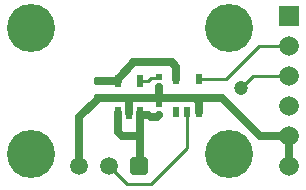
<source format=gtl>
G04*
G04 #@! TF.GenerationSoftware,Altium Limited,Altium Designer,22.9.1 (49)*
G04*
G04 Layer_Physical_Order=1*
G04 Layer_Color=255*
%FSLAX44Y44*%
%MOMM*%
G71*
G04*
G04 #@! TF.SameCoordinates,A8B0115D-A14B-43F8-95CD-E385AC25DAC2*
G04*
G04*
G04 #@! TF.FilePolarity,Positive*
G04*
G01*
G75*
%ADD25R,0.6000X0.9500*%
%ADD26R,0.6000X1.0000*%
G04:AMPARAMS|DCode=27|XSize=0.72mm|YSize=0.83mm|CornerRadius=0.18mm|HoleSize=0mm|Usage=FLASHONLY|Rotation=90.000|XOffset=0mm|YOffset=0mm|HoleType=Round|Shape=RoundedRectangle|*
%AMROUNDEDRECTD27*
21,1,0.7200,0.4700,0,0,90.0*
21,1,0.3600,0.8300,0,0,90.0*
1,1,0.3600,0.2350,0.1800*
1,1,0.3600,0.2350,-0.1800*
1,1,0.3600,-0.2350,-0.1800*
1,1,0.3600,-0.2350,0.1800*
%
%ADD27ROUNDEDRECTD27*%
G04:AMPARAMS|DCode=28|XSize=0.58mm|YSize=0.58mm|CornerRadius=0.1508mm|HoleSize=0mm|Usage=FLASHONLY|Rotation=270.000|XOffset=0mm|YOffset=0mm|HoleType=Round|Shape=RoundedRectangle|*
%AMROUNDEDRECTD28*
21,1,0.5800,0.2784,0,0,270.0*
21,1,0.2784,0.5800,0,0,270.0*
1,1,0.3016,-0.1392,-0.1392*
1,1,0.3016,-0.1392,0.1392*
1,1,0.3016,0.1392,0.1392*
1,1,0.3016,0.1392,-0.1392*
%
%ADD28ROUNDEDRECTD28*%
%ADD29C,1.2000*%
%ADD30C,0.2540*%
%ADD31C,0.6350*%
%ADD32C,1.6612*%
%ADD33R,1.6612X1.6612*%
%ADD34C,4.0640*%
G04:AMPARAMS|DCode=35|XSize=1.5mm|YSize=1.5mm|CornerRadius=0.15mm|HoleSize=0mm|Usage=FLASHONLY|Rotation=180.000|XOffset=0mm|YOffset=0mm|HoleType=Round|Shape=RoundedRectangle|*
%AMROUNDEDRECTD35*
21,1,1.5000,1.2000,0,0,180.0*
21,1,1.2000,1.5000,0,0,180.0*
1,1,0.3000,-0.6000,0.6000*
1,1,0.3000,0.6000,0.6000*
1,1,0.3000,0.6000,-0.6000*
1,1,0.3000,-0.6000,-0.6000*
%
%ADD35ROUNDEDRECTD35*%
%ADD36C,1.5000*%
D25*
X158140Y71120D02*
D03*
X167640D02*
D03*
X177140D02*
D03*
Y98620D02*
D03*
X158140D02*
D03*
D26*
X108610Y97320D02*
D03*
X127610D02*
D03*
Y70320D02*
D03*
X118110D02*
D03*
X108610D02*
D03*
D27*
X92710Y97220D02*
D03*
Y83120D02*
D03*
D28*
X143510Y68270D02*
D03*
Y77470D02*
D03*
Y101120D02*
D03*
Y91920D02*
D03*
D29*
X213360Y91440D02*
D03*
D30*
X223520Y101600D01*
X136800Y99659D02*
X142049D01*
X127610Y97320D02*
X134461D01*
X136800Y99659D01*
X142049D02*
X143510Y101120D01*
X137160Y10160D02*
X167640Y40640D01*
Y71120D01*
X116840Y10160D02*
X137160D01*
X223520Y101600D02*
X254000D01*
X228600Y127000D02*
X254000D01*
X200220Y98620D02*
X228600Y127000D01*
X177140Y98620D02*
X200220D01*
X101600Y25400D02*
X116840Y10160D01*
D31*
X91735Y82145D02*
Y82695D01*
X76200Y66610D02*
X91735Y82145D01*
X76200Y25400D02*
Y66610D01*
X92160Y83120D02*
X92710D01*
X91735Y82695D02*
X92160Y83120D01*
X143510D02*
X174080D01*
X229030Y50800D02*
X254000D01*
X196710Y83120D02*
X229030Y50800D01*
X174080Y83120D02*
X196710D01*
X254000Y25400D02*
Y50800D01*
X158140Y98620D02*
Y109401D01*
X154420Y113120D02*
X158140Y109401D01*
X121920Y113120D02*
X154420D01*
X121920Y112280D02*
Y113120D01*
X108610Y97320D02*
Y98970D01*
X121920Y112280D01*
X92760Y97270D02*
X108560D01*
X108610Y97320D01*
X92710Y97220D02*
X92760Y97270D01*
X143510Y83120D02*
Y91920D01*
X177315Y73655D02*
X177800Y74140D01*
Y79400D01*
X177140Y71120D02*
X177315Y71295D01*
Y73655D01*
X174080Y83120D02*
X177800Y79400D01*
X117323Y83120D02*
X143510D01*
X92710D02*
X117323D01*
X118110Y82332D01*
Y70320D02*
Y82332D01*
X141850Y66610D02*
X143510Y68270D01*
X136590Y66610D02*
X141850D01*
X134705Y68495D02*
X136590Y66610D01*
X127610Y68670D02*
X127785Y68495D01*
X134705D01*
X127610Y68670D02*
Y70320D01*
X127435Y50800D02*
Y70145D01*
Y25835D02*
Y50800D01*
X112330D02*
X127435D01*
X108610Y54520D02*
Y70320D01*
Y54520D02*
X112330Y50800D01*
X127000Y25400D02*
X127435Y25835D01*
Y70145D02*
X127610Y70320D01*
D32*
X254000Y25400D02*
D03*
Y50800D02*
D03*
Y76200D02*
D03*
Y101600D02*
D03*
Y127000D02*
D03*
D33*
Y152400D02*
D03*
D34*
X35560Y35560D02*
D03*
X203200D02*
D03*
Y142240D02*
D03*
X35560D02*
D03*
D35*
X127000Y25400D02*
D03*
D36*
X101600D02*
D03*
X76200D02*
D03*
M02*

</source>
